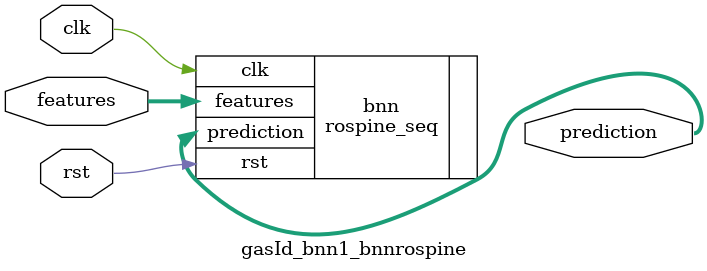
<source format=v>













module gasId_bnn1_bnnrospine #(

parameter FEAT_CNT = 128,
parameter HIDDEN_CNT = 40,
parameter FEAT_BITS = 4,
parameter CLASS_CNT = 6,
parameter TEST_CNT = 1000


  ) (
  input clk,
  input rst,
  input [FEAT_CNT*FEAT_BITS-1:0] features,
  output [$clog2(CLASS_CNT)-1:0] prediction
  );

  localparam Weights0 = 5120'b01111111110011111101000001110011011111101111111111000000001000000110100000111101000110100111101000001110100011101110001000010100010110010011101011011101010111111011100011001000000111111110010001011100101111000100111110101100001100111011010111000000010000100001111111011111001110001011000001101110111111111011111111111111000111000101001111110010000010101010101011011000001111111001110100111000001100111101011110011011101010011010011100101111100010100100001011100010000100111101001011011010101000000111000100010001011001100010000100000000110000010000010000010110111111011111110100000000110000111111000011110011100101101100001101011111101001011001100010011100010111111001101011110100111110000110101011000010100111100101111010011111011011001001101010010100110000000110000010010010000000001010000101000011001100110110001101000000100110111010011010000000111100000011001010100001111010100101111111111110001000010100010101100101010000011100000110000001111100000111000110100001000000110000000111110011010001011100110100011111101001101101101001101101110110001101110100101111110001001111111111111101001100111111101100001010110110101111000010111001100111110101111110100000101000011100011100000111010000100100010001100000001000000110001000000110000101011010010111101111101011111001000001100010011000001110000000011111010111010010000001100001101111110101111100011111001100111110111101001100001100011011000110011101110111110110000100100001000000010110001011000010001000011100000011110100011000011000000000010011111000111000011110010101110110111001001010011111110111110000100001011000100110110000111100011111101111110111111100111110001000101010101011111011110010101111111111011111100111000111110000111100100111001101100000100000001011111111111111010100110010101110110001101110000110001011010010001100110111110110000101100000111010100010101001110001000000001010111011001111110111100100001001010110000101100110100001010000101011110011111100111110000111111111001000011000110110001101111011111011100000010111100000011010011010001100101100101010101111111010000000111110000111011010111110011101100110000010100101101001101111111101110111011111110100011100110111001111100100001000000101110011100011011011010010000101000110101010101010111111000001101011111010111011100000010111101001101010110111100100001011110101011110011001001000100000001001100010011001101111000101101000010001000010001000101010100110001011111101111011011100001111011001100000100011000001001110100101101001011110001111100111111011101010111000100000000000111110111111101100100101001001100111101000111100100000101100101100101011011111011100000001110011001011011110111110010001000000000011100110100100111011011110000111111110100111101100010010001000000011000001100110001011001100000111101110011011000000111000100001001111001011111101111101010000101110110101100010100011011100110001010000000001101111111011111101000001000000101010101110001000010111001000011000011111110101001101010100010101001000000000011100000011000001000000100010001110011101110101000010000001000000001000010110001011000110110101001010111011001111111110100111010000000001111000001100010101000000111001010010010110100111011111111001010010100111100000100011011101110000001000000101111111011111110101000010010001001101000011011000010100100000101111111101111111100011010101110000110001011101100100011110000111111101101011010010000000000100101011001100111101100000111000001100101111001110101000101010001001000100010101111011000000010000101011000010100110100111010101111100000000000010000101010010111111100010001000101111101111001100111100110100010000101011101001100100110000100000101000010011000101000011111000101001111110000001100001000010001010011010110001011101010010110111100011110000011011100000110001000001011101100111101000001110000001010111110101110110000100111111110000010010000101110000101100100100111010001110011111010000010101011111011111010001110111011111010011110101110110010111001100000111110110101100101010000001111101001111000111110011001100010011110100000010101101000011100000111010111111001111000000000010000001111101110010011101000011110010010011101101111110010000110000001000001111100110001000011100000110001101001101111010000010100000110000110100011100110110011100111100110110000111010111111001110011111100011011010001100011011100110000100000110101111111111111011001001001011101010010101010100000010010101000101010001101001111011000011010010110000111001000010100111100100111000100000011010011100011010001000011000101110111011101010111011101010111011000010001100101011011111111010001110100011000111000001011111111111111000111100011001011111100010011010011000011110100110111110011111110000110001111111111110100010111011001110101111110100001111100001011001010011011110110111001110100111111101011110110001110000000110010110110110110100000111000001010011000001111001000011000010111000101000011111110001011100000000011110001111101010111110000011011100011111000010111111001111100001110011110110000000001000000010011010111101110011010101010000111111111111111000000000010011011010101101000001111111110011011111000010110000111011111000111110000011001101011000011111001111001010001111000000101111100111011 ;
  localparam Weights1 = 240'b001101100010110011101111111110000101100100111011101110001100100011010110111110010011010000101000111011101111100011011101110101110110000001111111010010111010101110110110000010000111110101011111100011100111010010101100110110001100101001011011 ;

  rospine_seq #(.FEAT_CNT(FEAT_CNT),.FEAT_BITS(FEAT_BITS),.HIDDEN_CNT(HIDDEN_CNT),.CLASS_CNT(CLASS_CNT),.Weights0(Weights0),.Weights1(Weights1)) bnn (
    .clk(clk),
    .rst(rst),
    .features(features),
    .prediction(prediction)
  );

endmodule

</source>
